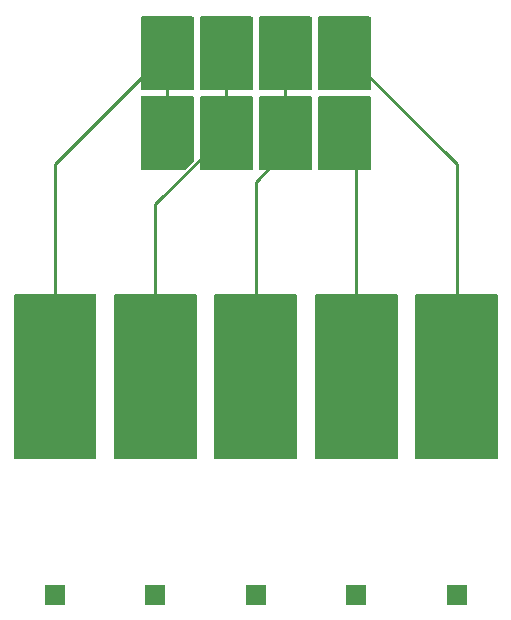
<source format=gtl>
G04 #@! TF.GenerationSoftware,KiCad,Pcbnew,7.0.9-7.0.9~ubuntu22.04.1*
G04 #@! TF.CreationDate,2023-12-30T14:42:09+00:00*
G04 #@! TF.ProjectId,DRY_FLEX_V1,4452595f-464c-4455-985f-56312e6b6963,rev?*
G04 #@! TF.SameCoordinates,Original*
G04 #@! TF.FileFunction,Copper,L1,Top*
G04 #@! TF.FilePolarity,Positive*
%FSLAX46Y46*%
G04 Gerber Fmt 4.6, Leading zero omitted, Abs format (unit mm)*
G04 Created by KiCad (PCBNEW 7.0.9-7.0.9~ubuntu22.04.1) date 2023-12-30 14:42:09*
%MOMM*%
%LPD*%
G01*
G04 APERTURE LIST*
G04 Aperture macros list*
%AMRoundRect*
0 Rectangle with rounded corners*
0 $1 Rounding radius*
0 $2 $3 $4 $5 $6 $7 $8 $9 X,Y pos of 4 corners*
0 Add a 4 corners polygon primitive as box body*
4,1,4,$2,$3,$4,$5,$6,$7,$8,$9,$2,$3,0*
0 Add four circle primitives for the rounded corners*
1,1,$1+$1,$2,$3*
1,1,$1+$1,$4,$5*
1,1,$1+$1,$6,$7*
1,1,$1+$1,$8,$9*
0 Add four rect primitives between the rounded corners*
20,1,$1+$1,$2,$3,$4,$5,0*
20,1,$1+$1,$4,$5,$6,$7,0*
20,1,$1+$1,$6,$7,$8,$9,0*
20,1,$1+$1,$8,$9,$2,$3,0*%
G04 Aperture macros list end*
G04 #@! TA.AperFunction,ComponentPad*
%ADD10R,1.700000X1.700000*%
G04 #@! TD*
G04 #@! TA.AperFunction,SMDPad,CuDef*
%ADD11RoundRect,0.250000X-0.250000X-0.750000X0.250000X-0.750000X0.250000X0.750000X-0.250000X0.750000X0*%
G04 #@! TD*
G04 #@! TA.AperFunction,Conductor*
%ADD12C,0.250000*%
G04 #@! TD*
G04 APERTURE END LIST*
D10*
X91500000Y-142500000D03*
D11*
X97400000Y-103500000D03*
X107500000Y-96500000D03*
X102500000Y-96500000D03*
D10*
X100000000Y-142500000D03*
D11*
X97500000Y-96500000D03*
X92500000Y-103500000D03*
X102600000Y-103500000D03*
D10*
X83000000Y-142500000D03*
D11*
X107500000Y-103500000D03*
X92500000Y-96500000D03*
D10*
X108500000Y-142500000D03*
X117000000Y-142500000D03*
D12*
X92500000Y-96500000D02*
X92500000Y-103500000D01*
X92500000Y-96500000D02*
X83000000Y-106000000D01*
X83000000Y-106000000D02*
X83000000Y-119000000D01*
X97500000Y-96500000D02*
X97500000Y-103400000D01*
X91500000Y-109400000D02*
X91500000Y-109500000D01*
X97400000Y-103500000D02*
X91500000Y-109400000D01*
X91500000Y-109500000D02*
X91500000Y-119000000D01*
X97500000Y-103400000D02*
X97400000Y-103500000D01*
X102600000Y-103500000D02*
X102600000Y-104900000D01*
X102500000Y-96500000D02*
X102500000Y-103400000D01*
X102500000Y-103400000D02*
X102600000Y-103500000D01*
X100000000Y-107500000D02*
X100000000Y-119000000D01*
X102600000Y-104900000D02*
X100000000Y-107500000D01*
X107500000Y-96500000D02*
X117000000Y-106000000D01*
X117000000Y-106000000D02*
X117000000Y-119000000D01*
X108500000Y-104500000D02*
X108500000Y-119000000D01*
X107500000Y-103500000D02*
X108500000Y-104500000D01*
G04 #@! TA.AperFunction,Conductor*
G36*
X111943039Y-117019685D02*
G01*
X111988794Y-117072489D01*
X112000000Y-117124000D01*
X112000000Y-130876000D01*
X111980315Y-130943039D01*
X111927511Y-130988794D01*
X111876000Y-131000000D01*
X105124000Y-131000000D01*
X105056961Y-130980315D01*
X105011206Y-130927511D01*
X105000000Y-130876000D01*
X105000000Y-117124000D01*
X105019685Y-117056961D01*
X105072489Y-117011206D01*
X105124000Y-117000000D01*
X111876000Y-117000000D01*
X111943039Y-117019685D01*
G37*
G04 #@! TD.AperFunction*
G04 #@! TA.AperFunction,Conductor*
G36*
X104693039Y-100269685D02*
G01*
X104738794Y-100322489D01*
X104750000Y-100374000D01*
X104750000Y-106376000D01*
X104730315Y-106443039D01*
X104677511Y-106488794D01*
X104626000Y-106500000D01*
X100374000Y-106500000D01*
X100306961Y-106480315D01*
X100261206Y-106427511D01*
X100250000Y-106376000D01*
X100250000Y-100374000D01*
X100269685Y-100306961D01*
X100322489Y-100261206D01*
X100374000Y-100250000D01*
X104626000Y-100250000D01*
X104693039Y-100269685D01*
G37*
G04 #@! TD.AperFunction*
G04 #@! TA.AperFunction,Conductor*
G36*
X103443039Y-117019685D02*
G01*
X103488794Y-117072489D01*
X103500000Y-117124000D01*
X103500000Y-130876000D01*
X103480315Y-130943039D01*
X103427511Y-130988794D01*
X103376000Y-131000000D01*
X96624000Y-131000000D01*
X96556961Y-130980315D01*
X96511206Y-130927511D01*
X96500000Y-130876000D01*
X96500000Y-117124000D01*
X96519685Y-117056961D01*
X96572489Y-117011206D01*
X96624000Y-117000000D01*
X103376000Y-117000000D01*
X103443039Y-117019685D01*
G37*
G04 #@! TD.AperFunction*
G04 #@! TA.AperFunction,Conductor*
G36*
X120443039Y-117019685D02*
G01*
X120488794Y-117072489D01*
X120500000Y-117124000D01*
X120500000Y-130876000D01*
X120480315Y-130943039D01*
X120427511Y-130988794D01*
X120376000Y-131000000D01*
X113624000Y-131000000D01*
X113556961Y-130980315D01*
X113511206Y-130927511D01*
X113500000Y-130876000D01*
X113500000Y-117124000D01*
X113519685Y-117056961D01*
X113572489Y-117011206D01*
X113624000Y-117000000D01*
X120376000Y-117000000D01*
X120443039Y-117019685D01*
G37*
G04 #@! TD.AperFunction*
G04 #@! TA.AperFunction,Conductor*
G36*
X94693039Y-93519685D02*
G01*
X94738794Y-93572489D01*
X94750000Y-93624000D01*
X94750000Y-99626000D01*
X94730315Y-99693039D01*
X94677511Y-99738794D01*
X94626000Y-99750000D01*
X90374000Y-99750000D01*
X90306961Y-99730315D01*
X90261206Y-99677511D01*
X90250000Y-99626000D01*
X90250000Y-93624000D01*
X90269685Y-93556961D01*
X90322489Y-93511206D01*
X90374000Y-93500000D01*
X94626000Y-93500000D01*
X94693039Y-93519685D01*
G37*
G04 #@! TD.AperFunction*
G04 #@! TA.AperFunction,Conductor*
G36*
X99693039Y-93519685D02*
G01*
X99738794Y-93572489D01*
X99750000Y-93624000D01*
X99750000Y-99626000D01*
X99730315Y-99693039D01*
X99677511Y-99738794D01*
X99626000Y-99750000D01*
X95374000Y-99750000D01*
X95306961Y-99730315D01*
X95261206Y-99677511D01*
X95250000Y-99626000D01*
X95250000Y-93624000D01*
X95269685Y-93556961D01*
X95322489Y-93511206D01*
X95374000Y-93500000D01*
X99626000Y-93500000D01*
X99693039Y-93519685D01*
G37*
G04 #@! TD.AperFunction*
G04 #@! TA.AperFunction,Conductor*
G36*
X109693039Y-93519685D02*
G01*
X109738794Y-93572489D01*
X109750000Y-93624000D01*
X109750000Y-99626000D01*
X109730315Y-99693039D01*
X109677511Y-99738794D01*
X109626000Y-99750000D01*
X105374000Y-99750000D01*
X105306961Y-99730315D01*
X105261206Y-99677511D01*
X105250000Y-99626000D01*
X105250000Y-93624000D01*
X105269685Y-93556961D01*
X105322489Y-93511206D01*
X105374000Y-93500000D01*
X109626000Y-93500000D01*
X109693039Y-93519685D01*
G37*
G04 #@! TD.AperFunction*
G04 #@! TA.AperFunction,Conductor*
G36*
X86443039Y-117019685D02*
G01*
X86488794Y-117072489D01*
X86500000Y-117124000D01*
X86500000Y-130876000D01*
X86480315Y-130943039D01*
X86427511Y-130988794D01*
X86376000Y-131000000D01*
X79624000Y-131000000D01*
X79556961Y-130980315D01*
X79511206Y-130927511D01*
X79500000Y-130876000D01*
X79500000Y-117124000D01*
X79519685Y-117056961D01*
X79572489Y-117011206D01*
X79624000Y-117000000D01*
X86376000Y-117000000D01*
X86443039Y-117019685D01*
G37*
G04 #@! TD.AperFunction*
G04 #@! TA.AperFunction,Conductor*
G36*
X94943039Y-117019685D02*
G01*
X94988794Y-117072489D01*
X95000000Y-117124000D01*
X95000000Y-130876000D01*
X94980315Y-130943039D01*
X94927511Y-130988794D01*
X94876000Y-131000000D01*
X88124000Y-131000000D01*
X88056961Y-130980315D01*
X88011206Y-130927511D01*
X88000000Y-130876000D01*
X88000000Y-117124000D01*
X88019685Y-117056961D01*
X88072489Y-117011206D01*
X88124000Y-117000000D01*
X94876000Y-117000000D01*
X94943039Y-117019685D01*
G37*
G04 #@! TD.AperFunction*
G04 #@! TA.AperFunction,Conductor*
G36*
X94693039Y-100269685D02*
G01*
X94738794Y-100322489D01*
X94750000Y-100374000D01*
X94750000Y-105741549D01*
X94730315Y-105808588D01*
X94713681Y-105829230D01*
X94079230Y-106463681D01*
X94017907Y-106497166D01*
X93991549Y-106500000D01*
X90374000Y-106500000D01*
X90306961Y-106480315D01*
X90261206Y-106427511D01*
X90250000Y-106376000D01*
X90250000Y-100374000D01*
X90269685Y-100306961D01*
X90322489Y-100261206D01*
X90374000Y-100250000D01*
X94626000Y-100250000D01*
X94693039Y-100269685D01*
G37*
G04 #@! TD.AperFunction*
G04 #@! TA.AperFunction,Conductor*
G36*
X104693039Y-93519685D02*
G01*
X104738794Y-93572489D01*
X104750000Y-93624000D01*
X104750000Y-99626000D01*
X104730315Y-99693039D01*
X104677511Y-99738794D01*
X104626000Y-99750000D01*
X100374000Y-99750000D01*
X100306961Y-99730315D01*
X100261206Y-99677511D01*
X100250000Y-99626000D01*
X100250000Y-93624000D01*
X100269685Y-93556961D01*
X100322489Y-93511206D01*
X100374000Y-93500000D01*
X104626000Y-93500000D01*
X104693039Y-93519685D01*
G37*
G04 #@! TD.AperFunction*
G04 #@! TA.AperFunction,Conductor*
G36*
X109693039Y-100269685D02*
G01*
X109738794Y-100322489D01*
X109750000Y-100374000D01*
X109750000Y-106376000D01*
X109730315Y-106443039D01*
X109677511Y-106488794D01*
X109626000Y-106500000D01*
X105374000Y-106500000D01*
X105306961Y-106480315D01*
X105261206Y-106427511D01*
X105250000Y-106376000D01*
X105250000Y-100374000D01*
X105269685Y-100306961D01*
X105322489Y-100261206D01*
X105374000Y-100250000D01*
X109626000Y-100250000D01*
X109693039Y-100269685D01*
G37*
G04 #@! TD.AperFunction*
G04 #@! TA.AperFunction,Conductor*
G36*
X99693039Y-100269685D02*
G01*
X99738794Y-100322489D01*
X99750000Y-100374000D01*
X99750000Y-106376000D01*
X99730315Y-106443039D01*
X99677511Y-106488794D01*
X99626000Y-106500000D01*
X95374000Y-106500000D01*
X95306961Y-106480315D01*
X95261206Y-106427511D01*
X95250000Y-106376000D01*
X95250000Y-100374000D01*
X95269685Y-100306961D01*
X95322489Y-100261206D01*
X95374000Y-100250000D01*
X99626000Y-100250000D01*
X99693039Y-100269685D01*
G37*
G04 #@! TD.AperFunction*
M02*

</source>
